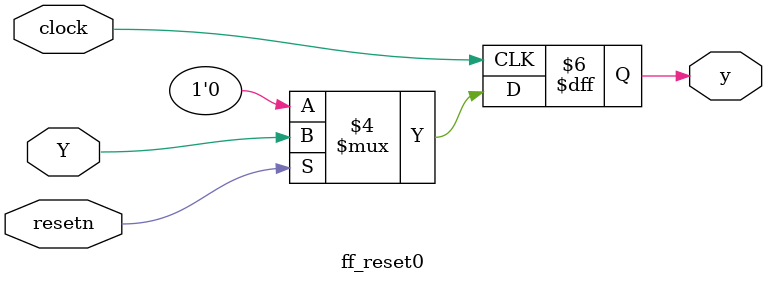
<source format=v>
module ff_reset0 (clock, resetn, y, Y);
	input clock, resetn, Y;
	output reg y;
	
	always @ (posedge clock)
		if (!resetn)
			y <= 0;
		else
			y <= Y;
endmodule
</source>
